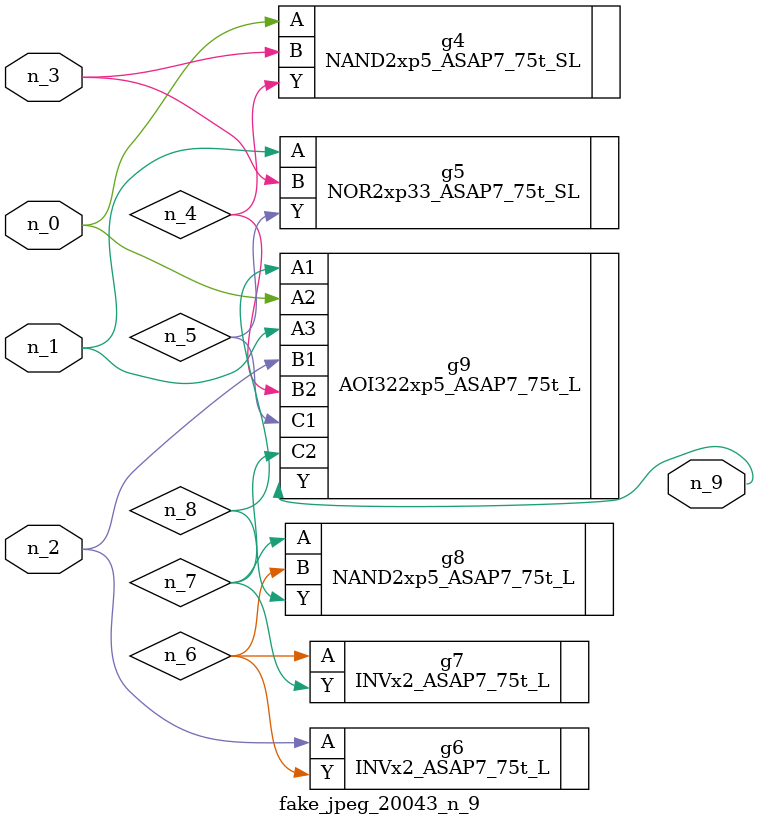
<source format=v>
module fake_jpeg_20043_n_9 (n_0, n_3, n_2, n_1, n_9);

input n_0;
input n_3;
input n_2;
input n_1;

output n_9;

wire n_4;
wire n_8;
wire n_6;
wire n_5;
wire n_7;

NAND2xp5_ASAP7_75t_SL g4 ( 
.A(n_0),
.B(n_3),
.Y(n_4)
);

NOR2xp33_ASAP7_75t_SL g5 ( 
.A(n_1),
.B(n_3),
.Y(n_5)
);

INVx2_ASAP7_75t_L g6 ( 
.A(n_2),
.Y(n_6)
);

INVx2_ASAP7_75t_L g7 ( 
.A(n_6),
.Y(n_7)
);

NAND2xp5_ASAP7_75t_L g8 ( 
.A(n_7),
.B(n_6),
.Y(n_8)
);

AOI322xp5_ASAP7_75t_L g9 ( 
.A1(n_8),
.A2(n_0),
.A3(n_1),
.B1(n_2),
.B2(n_4),
.C1(n_5),
.C2(n_7),
.Y(n_9)
);


endmodule
</source>
